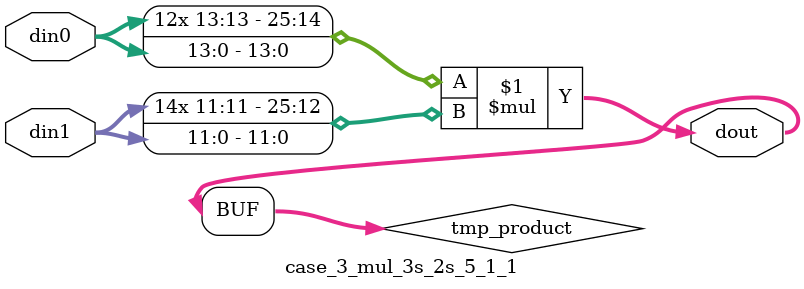
<source format=v>

`timescale 1 ns / 1 ps

 (* use_dsp = "no" *)  module case_3_mul_3s_2s_5_1_1(din0, din1, dout);
parameter ID = 1;
parameter NUM_STAGE = 0;
parameter din0_WIDTH = 14;
parameter din1_WIDTH = 12;
parameter dout_WIDTH = 26;

input [din0_WIDTH - 1 : 0] din0; 
input [din1_WIDTH - 1 : 0] din1; 
output [dout_WIDTH - 1 : 0] dout;

wire signed [dout_WIDTH - 1 : 0] tmp_product;



























assign tmp_product = $signed(din0) * $signed(din1);








assign dout = tmp_product;





















endmodule

</source>
